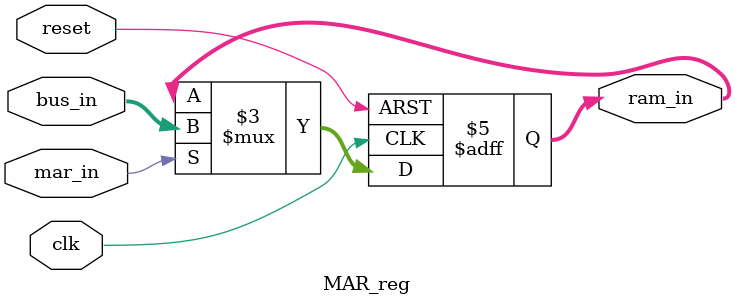
<source format=v>
module MAR_reg(clk,reset,mar_in,bus_in,ram_in);
  input clk, reset, mar_in;
  input [3:0] bus_in;
  output reg [3:0] ram_in;
  
  always @(negedge clk or posedge reset) 
    begin
      if (reset)
        ram_in <= 4'b0000;       
      else if (mar_in)
        ram_in <= bus_in;        
      else
        ram_in <= ram_in;        
    end
endmodule

</source>
